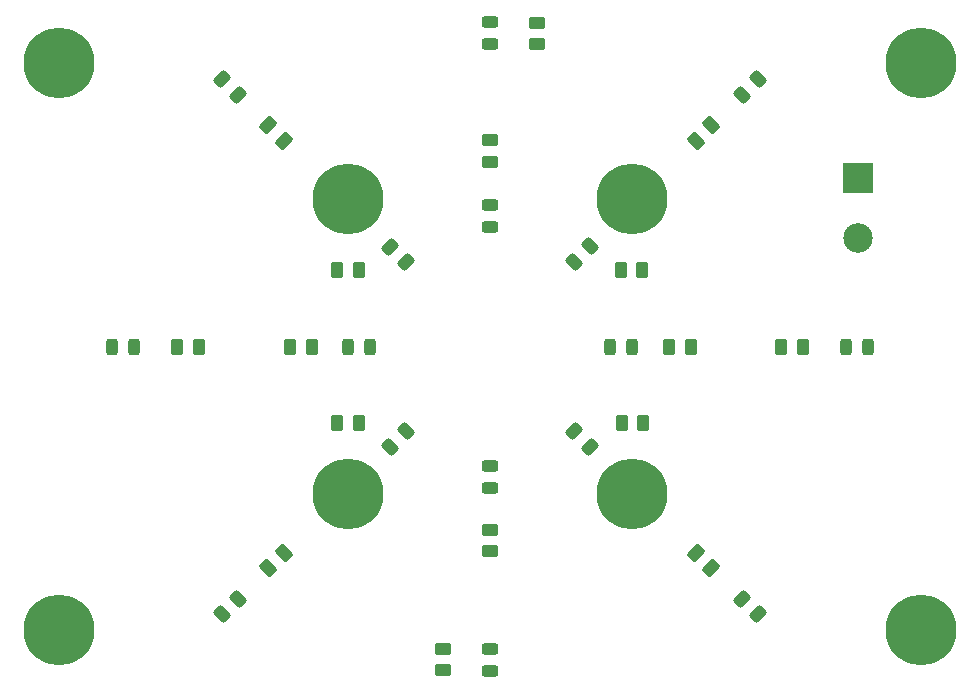
<source format=gts>
%TF.GenerationSoftware,KiCad,Pcbnew,8.0.7*%
%TF.CreationDate,2025-01-02T12:48:39+00:00*%
%TF.ProjectId,PNP Camera,504e5020-4361-46d6-9572-612e6b696361,rev?*%
%TF.SameCoordinates,Original*%
%TF.FileFunction,Soldermask,Top*%
%TF.FilePolarity,Negative*%
%FSLAX46Y46*%
G04 Gerber Fmt 4.6, Leading zero omitted, Abs format (unit mm)*
G04 Created by KiCad (PCBNEW 8.0.7) date 2025-01-02 12:48:39*
%MOMM*%
%LPD*%
G01*
G04 APERTURE LIST*
G04 Aperture macros list*
%AMRoundRect*
0 Rectangle with rounded corners*
0 $1 Rounding radius*
0 $2 $3 $4 $5 $6 $7 $8 $9 X,Y pos of 4 corners*
0 Add a 4 corners polygon primitive as box body*
4,1,4,$2,$3,$4,$5,$6,$7,$8,$9,$2,$3,0*
0 Add four circle primitives for the rounded corners*
1,1,$1+$1,$2,$3*
1,1,$1+$1,$4,$5*
1,1,$1+$1,$6,$7*
1,1,$1+$1,$8,$9*
0 Add four rect primitives between the rounded corners*
20,1,$1+$1,$2,$3,$4,$5,0*
20,1,$1+$1,$4,$5,$6,$7,0*
20,1,$1+$1,$6,$7,$8,$9,0*
20,1,$1+$1,$8,$9,$2,$3,0*%
G04 Aperture macros list end*
%ADD10R,2.500000X2.500000*%
%ADD11C,2.500000*%
%ADD12RoundRect,0.250000X0.503814X0.132583X0.132583X0.503814X-0.503814X-0.132583X-0.132583X-0.503814X0*%
%ADD13RoundRect,0.250000X-0.132583X0.503814X-0.503814X0.132583X0.132583X-0.503814X0.503814X-0.132583X0*%
%ADD14RoundRect,0.250000X-0.503814X-0.132583X-0.132583X-0.503814X0.503814X0.132583X0.132583X0.503814X0*%
%ADD15RoundRect,0.250000X0.132583X-0.503814X0.503814X-0.132583X-0.132583X0.503814X-0.503814X0.132583X0*%
%ADD16RoundRect,0.250000X0.450000X-0.262500X0.450000X0.262500X-0.450000X0.262500X-0.450000X-0.262500X0*%
%ADD17RoundRect,0.250000X-0.450000X0.262500X-0.450000X-0.262500X0.450000X-0.262500X0.450000X0.262500X0*%
%ADD18RoundRect,0.250000X0.262500X0.450000X-0.262500X0.450000X-0.262500X-0.450000X0.262500X-0.450000X0*%
%ADD19RoundRect,0.243750X0.150260X-0.494975X0.494975X-0.150260X-0.150260X0.494975X-0.494975X0.150260X0*%
%ADD20RoundRect,0.243750X-0.494975X-0.150260X-0.150260X-0.494975X0.494975X0.150260X0.150260X0.494975X0*%
%ADD21RoundRect,0.243750X0.494975X0.150260X0.150260X0.494975X-0.494975X-0.150260X-0.150260X-0.494975X0*%
%ADD22RoundRect,0.243750X-0.150260X0.494975X-0.494975X0.150260X0.150260X-0.494975X0.494975X-0.150260X0*%
%ADD23RoundRect,0.243750X-0.456250X0.243750X-0.456250X-0.243750X0.456250X-0.243750X0.456250X0.243750X0*%
%ADD24RoundRect,0.243750X0.456250X-0.243750X0.456250X0.243750X-0.456250X0.243750X-0.456250X-0.243750X0*%
%ADD25RoundRect,0.243750X-0.243750X-0.456250X0.243750X-0.456250X0.243750X0.456250X-0.243750X0.456250X0*%
%ADD26RoundRect,0.243750X0.243750X0.456250X-0.243750X0.456250X-0.243750X-0.456250X0.243750X-0.456250X0*%
%ADD27RoundRect,0.250000X-0.262500X-0.450000X0.262500X-0.450000X0.262500X0.450000X-0.262500X0.450000X0*%
%ADD28C,6.000000*%
G04 APERTURE END LIST*
D10*
%TO.C,J1*%
X152175000Y-54205000D03*
D11*
X152175000Y-59285000D03*
%TD*%
D12*
%TO.C,R1*%
X103545235Y-51045235D03*
X102254765Y-49754765D03*
%TD*%
D13*
%TO.C,R1*%
X103545235Y-85954765D03*
X102254765Y-87245235D03*
%TD*%
D14*
%TO.C,R1*%
X138454765Y-85954765D03*
X139745235Y-87245235D03*
%TD*%
D15*
%TO.C,R1*%
X138454765Y-51045235D03*
X139745235Y-49754765D03*
%TD*%
D16*
%TO.C,R1*%
X125000000Y-42912500D03*
X125000000Y-41087500D03*
%TD*%
D17*
%TO.C,R1*%
X117000000Y-94087500D03*
X117000000Y-95912500D03*
%TD*%
D18*
%TO.C,R1*%
X96338685Y-68500002D03*
X94513685Y-68500002D03*
%TD*%
%TO.C,R1*%
X147486315Y-68500002D03*
X145661315Y-68500002D03*
%TD*%
D19*
%TO.C,D1*%
X98337087Y-91162914D03*
X99662913Y-89837086D03*
%TD*%
D20*
%TO.C,D1*%
X98337086Y-45837087D03*
X99662914Y-47162913D03*
%TD*%
D21*
%TO.C,D1*%
X143662914Y-91162913D03*
X142337086Y-89837087D03*
%TD*%
D22*
%TO.C,D1*%
X143662913Y-45837086D03*
X142337087Y-47162914D03*
%TD*%
D23*
%TO.C,D1*%
X121000000Y-41000000D03*
X121000002Y-42875002D03*
%TD*%
D24*
%TO.C,D1*%
X121000001Y-95937502D03*
X120999999Y-94062500D03*
%TD*%
D25*
%TO.C,D1*%
X88977937Y-68500001D03*
X90852939Y-68499999D03*
%TD*%
D26*
%TO.C,D1*%
X153022063Y-68499999D03*
X151147061Y-68500001D03*
%TD*%
D18*
%TO.C,R1*%
X109912500Y-75000000D03*
X108087500Y-75000000D03*
%TD*%
D16*
%TO.C,R1*%
X121000000Y-52825000D03*
X121000000Y-51000000D03*
%TD*%
D18*
%TO.C,R1*%
X109912500Y-62000000D03*
X108087500Y-62000000D03*
%TD*%
%TO.C,R1*%
X105912500Y-68500000D03*
X104087500Y-68500000D03*
%TD*%
D17*
%TO.C,R1*%
X121000000Y-84000000D03*
X121000000Y-85825000D03*
%TD*%
D27*
%TO.C,R1*%
X132175000Y-75000000D03*
X134000000Y-75000000D03*
%TD*%
%TO.C,R1*%
X136175000Y-68500000D03*
X138000000Y-68500000D03*
%TD*%
%TO.C,R1*%
X132087500Y-62000000D03*
X133912500Y-62000000D03*
%TD*%
D24*
%TO.C,D1*%
X121000001Y-58369529D03*
X120999999Y-56494527D03*
%TD*%
D21*
%TO.C,D1*%
X113862914Y-61362913D03*
X112537086Y-60037087D03*
%TD*%
D26*
%TO.C,D1*%
X110869529Y-68499999D03*
X108994527Y-68500001D03*
%TD*%
D22*
%TO.C,D1*%
X113862913Y-75637086D03*
X112537087Y-76962914D03*
%TD*%
D23*
%TO.C,D1*%
X120999999Y-78630471D03*
X121000001Y-80505473D03*
%TD*%
D20*
%TO.C,D1*%
X128137086Y-75637087D03*
X129462914Y-76962913D03*
%TD*%
D25*
%TO.C,D1*%
X131130471Y-68500001D03*
X133005473Y-68499999D03*
%TD*%
D19*
%TO.C,D1*%
X128157088Y-61332914D03*
X129482912Y-60007086D03*
%TD*%
D28*
%TO.C,*%
X109000000Y-56000000D03*
%TD*%
%TO.C,*%
X109000000Y-81000000D03*
%TD*%
%TO.C,*%
X133000000Y-56000000D03*
%TD*%
%TO.C,*%
X133000000Y-81000000D03*
%TD*%
%TO.C,*%
X157500000Y-92500000D03*
%TD*%
%TO.C,*%
X157500000Y-44500000D03*
%TD*%
%TO.C,*%
X84500000Y-92500000D03*
%TD*%
%TO.C,REF\u002A\u002A*%
X84500000Y-44500000D03*
%TD*%
M02*

</source>
